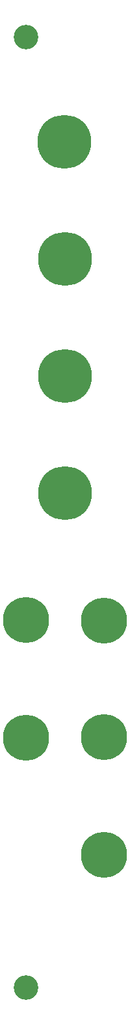
<source format=gbr>
G04 #@! TF.GenerationSoftware,KiCad,Pcbnew,5.1.8-1.fc31*
G04 #@! TF.CreationDate,2021-04-28T13:49:30-04:00*
G04 #@! TF.ProjectId,4xmixerFace,34786d69-7865-4724-9661-63652e6b6963,rev?*
G04 #@! TF.SameCoordinates,Original*
G04 #@! TF.FileFunction,Soldermask,Top*
G04 #@! TF.FilePolarity,Negative*
%FSLAX46Y46*%
G04 Gerber Fmt 4.6, Leading zero omitted, Abs format (unit mm)*
G04 Created by KiCad (PCBNEW 5.1.8-1.fc31) date 2021-04-28 13:49:30*
%MOMM*%
%LPD*%
G01*
G04 APERTURE LIST*
%ADD10C,3.200000*%
%ADD11C,7.000000*%
%ADD12C,6.000000*%
G04 APERTURE END LIST*
D10*
G04 #@! TO.C,REF\u002A\u002A*
X83820000Y-153289000D03*
G04 #@! TD*
G04 #@! TO.C,REF\u002A\u002A*
X83794600Y-29591000D03*
G04 #@! TD*
D11*
G04 #@! TO.C,REF\u002A\u002A*
X88836500Y-43243500D03*
G04 #@! TD*
G04 #@! TO.C,REF\u002A\u002A*
X88900000Y-58483500D03*
G04 #@! TD*
G04 #@! TO.C,REF\u002A\u002A*
X88900000Y-73723500D03*
G04 #@! TD*
G04 #@! TO.C,REF\u002A\u002A*
X88900000Y-88963500D03*
G04 #@! TD*
D12*
G04 #@! TO.C,REF\u002A\u002A*
X93980000Y-105537000D03*
G04 #@! TD*
G04 #@! TO.C,REF\u002A\u002A*
X83820000Y-105473500D03*
G04 #@! TD*
G04 #@! TO.C,REF\u002A\u002A*
X83820000Y-120777000D03*
G04 #@! TD*
G04 #@! TO.C,REF\u002A\u002A*
X93980000Y-120713500D03*
G04 #@! TD*
G04 #@! TO.C,REF\u002A\u002A*
X93980000Y-136017000D03*
G04 #@! TD*
M02*

</source>
